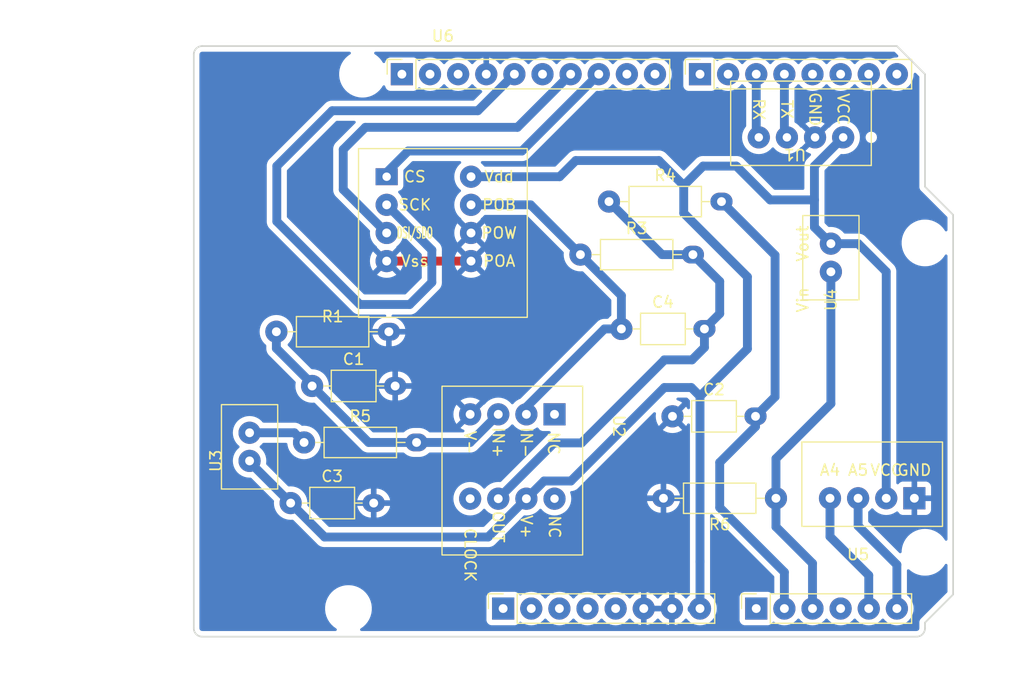
<source format=kicad_pcb>
(kicad_pcb (version 20211014) (generator pcbnew)
  (title_block (date "mar. 31 mars 2015"))
  (layers (0 "F.Cu" signal) (31 "B.Cu" signal) (34 "B.Paste" user) (35 "F.Paste" user) (36 "B.SilkS" user "B.Silkscreen") (37 "F.SilkS" user "F.Silkscreen") (38 "B.Mask" user) (39 "F.Mask" user) (44 "Edge.Cuts" user))
  (net 0 "")
  (net 1 "GND")
  (net 3 "+5V")
  (net 4 "/IOREF")
  (net 5 "/A0")
  (net 6 "/A1")
  (net 7 "/A2")
  (net 8 "/A3")
  (net 9 "Net-(C1-Pad1)")
  (net 10 "/Vout_pot")
  (net 11 "/13")
  (net 12 "/12")
  (net 13 "/AREF")
  (net 14 "/8")
  (net 15 "/7")
  (net 16 "Net-(C4-Pad2)")
  (net 17 "/*10")
  (net 18 "/*9")
  (net 19 "/4")
  (net 20 "/2")
  (net 21 "/*6")
  (net 22 "/*5")
  (net 23 "/TX{slash}1")
  (net 24 "/*3")
  (net 25 "/RX{slash}0")
  (net 26 "+3V3")
  (net 27 "VCC")
  (net 28 "/~{RESET}")
  (net 29 "unconnected-(J2-Pad1)")
  (net 31 "/*11")
  (net 32 "Net-(R5-Pad1)")
  (net 33 "/A4")
  (net 34 "/A5")
  (footprint "Connector_PinSocket_2.54mm:PinSocket_1x08_P2.54mm_Vertical" (layer "F.Cu") (at 127.94 97.46 90)
    (fp_text reference "J1" hide)
    (fp_text value "Power")
    (fp_line (start -1.33 19.11) (end 1.33 19.11) (layer "F.SilkS") (width 0.12))
    (fp_line (start 1.33 1.27) (end 1.33 19.11) (layer "F.SilkS") (width 0.12))
    (fp_line (start -1.33 1.27) (end 1.33 1.27) (layer "F.SilkS") (width 0.12))
    (fp_line (start 0 -1.33) (end 1.33 -1.33) (layer "F.SilkS") (width 0.12))
    (fp_line (start 1.33 -1.33) (end 1.33 0) (layer "F.SilkS") (width 0.12))
    (fp_line (start -1.33 1.27) (end -1.33 19.11) (layer "F.SilkS") (width 0.12))
    (pad "1" thru_hole rect locked (at 0 0 90) (size 2 2) (drill 0.8) (layers *.Cu *.Mask))
    (pad "2" thru_hole oval locked (at 0 2.54 90) (size 2 2) (drill 0.8) (layers *.Cu *.Mask) (net 4 "/IOREF"))
    (pad "3" thru_hole oval locked (at 0 5.08 90) (size 2 2) (drill 0.8) (layers *.Cu *.Mask) (net 28 "/~{RESET}"))
    (pad "4" thru_hole oval locked (at 0 7.62 90) (size 2 2) (drill 0.8) (layers *.Cu *.Mask) (net 26 "+3V3"))
    (pad "5" thru_hole oval locked (at 0 10.16 90) (size 2 2) (drill 0.8) (layers *.Cu *.Mask) (net 3 "+5V"))
    (pad "6" thru_hole oval locked (at 0 12.7 90) (size 2 2) (drill 0.8) (layers *.Cu *.Mask) (net 1 "GND"))
    (pad "7" thru_hole oval locked (at 0 15.24 90) (size 2 2) (drill 0.8) (layers *.Cu *.Mask) (net 1 "GND"))
    (pad "8" thru_hole oval locked (at 0 17.78 90) (size 2 2) (drill 0.8) (layers *.Cu *.Mask) (net 27 "VCC"))
  )
  (footprint "Connector_PinSocket_2.54mm:PinSocket_1x06_P2.54mm_Vertical" (layer "F.Cu") (at 150.8 97.46 90)
    (fp_text reference "J3" hide)
    (fp_text value "Analog")
    (fp_line (start 1.33 1.27) (end 1.33 14.03) (layer "F.SilkS") (width 0.12))
    (fp_line (start 0 -1.33) (end 1.33 -1.33) (layer "F.SilkS") (width 0.12))
    (fp_line (start -1.33 1.27) (end 1.33 1.27) (layer "F.SilkS") (width 0.12))
    (fp_line (start -1.33 1.27) (end -1.33 14.03) (layer "F.SilkS") (width 0.12))
    (fp_line (start -1.33 14.03) (end 1.33 14.03) (layer "F.SilkS") (width 0.12))
    (fp_line (start 1.33 -1.33) (end 1.33 0) (layer "F.SilkS") (width 0.12))
    (pad "1" thru_hole rect locked (at 0 0 90) (size 2 2) (drill 0.8) (layers *.Cu *.Mask) (net 5 "/A0"))
    (pad "2" thru_hole oval locked (at 0 2.54 90) (size 2 2) (drill 0.8) (layers *.Cu *.Mask) (net 6 "/A1"))
    (pad "3" thru_hole oval locked (at 0 5.08 90) (size 2 2) (drill 0.8) (layers *.Cu *.Mask) (net 7 "/A2"))
    (pad "4" thru_hole oval locked (at 0 7.62 90) (size 2 2) (drill 0.8) (layers *.Cu *.Mask) (net 8 "/A3"))
    (pad "5" thru_hole oval locked (at 0 10.16 90) (size 2 2) (drill 0.8) (layers *.Cu *.Mask) (net 33 "/A4"))
    (pad "6" thru_hole oval locked (at 0 12.7 90) (size 2 2) (drill 0.8) (layers *.Cu *.Mask) (net 34 "/A5"))
  )
  (footprint "Connector_PinSocket_2.54mm:PinSocket_1x10_P2.54mm_Vertical" (layer "F.Cu") (at 118.796 49.2 90)
    (fp_text reference "J2" hide)
    (fp_text value "Digital/PWM")
    (fp_line (start -1.33 24.19) (end 1.33 24.19) (layer "F.SilkS") (width 0.12))
    (fp_line (start -1.33 1.27) (end -1.33 24.19) (layer "F.SilkS") (width 0.12))
    (fp_line (start 1.33 -1.33) (end 1.33 0) (layer "F.SilkS") (width 0.12))
    (fp_line (start 0 -1.33) (end 1.33 -1.33) (layer "F.SilkS") (width 0.12))
    (fp_line (start 1.33 1.27) (end 1.33 24.19) (layer "F.SilkS") (width 0.12))
    (fp_line (start -1.33 1.27) (end 1.33 1.27) (layer "F.SilkS") (width 0.12))
    (pad "1" thru_hole rect locked (at 0 0 90) (size 2 2) (drill 0.8) (layers *.Cu *.Mask) (net 29 "unconnected-(J2-Pad1)"))
    (pad "2" thru_hole oval locked (at 0 2.54 90) (size 2 2) (drill 0.8) (layers *.Cu *.Mask))
    (pad "3" thru_hole oval locked (at 0 5.08 90) (size 2 2) (drill 0.8) (layers *.Cu *.Mask) (net 13 "/AREF"))
    (pad "4" thru_hole oval locked (at 0 7.62 90) (size 2 2) (drill 0.8) (layers *.Cu *.Mask) (net 1 "GND"))
    (pad "5" thru_hole oval locked (at 0 10.16 90) (size 2 2) (drill 0.8) (layers *.Cu *.Mask) (net 11 "/13"))
    (pad "6" thru_hole oval locked (at 0 12.7 90) (size 2 2) (drill 0.8) (layers *.Cu *.Mask) (net 12 "/12"))
    (pad "7" thru_hole oval locked (at 0 15.24 90) (size 2 2) (drill 0.8) (layers *.Cu *.Mask) (net 31 "/*11"))
    (pad "8" thru_hole circle locked (at 0 17.78 90) (size 2 2) (drill 0.8) (layers *.Cu *.Mask) (net 17 "/*10"))
    (pad "9" thru_hole oval locked (at 0 20.32 90) (size 2 2) (drill 0.8) (layers *.Cu *.Mask) (net 18 "/*9"))
    (pad "10" thru_hole oval locked (at 0 22.86 90) (size 2 2) (drill 0.8) (layers *.Cu *.Mask) (net 14 "/8"))
  )
  (footprint "Connector_PinSocket_2.54mm:PinSocket_1x08_P2.54mm_Vertical" (layer "F.Cu") (at 145.72 49.2 90)
    (fp_text reference "J4" hide)
    (fp_text value "Digital/PWM")
    (fp_line (start -1.33 19.11) (end 1.33 19.11) (layer "F.SilkS") (width 0.12))
    (fp_line (start -1.33 1.27) (end -1.33 19.11) (layer "F.SilkS") (width 0.12))
    (fp_line (start 0 -1.33) (end 1.33 -1.33) (layer "F.SilkS") (width 0.12))
    (fp_line (start -1.33 1.27) (end 1.33 1.27) (layer "F.SilkS") (width 0.12))
    (fp_line (start 1.33 -1.33) (end 1.33 0) (layer "F.SilkS") (width 0.12))
    (fp_line (start 1.33 1.27) (end 1.33 19.11) (layer "F.SilkS") (width 0.12))
    (pad "1" thru_hole rect locked (at 0 0 90) (size 2 2) (drill 0.8) (layers *.Cu *.Mask) (net 15 "/7"))
    (pad "2" thru_hole oval locked (at 0 2.54 90) (size 2 2) (drill 0.8) (layers *.Cu *.Mask) (net 21 "/*6"))
    (pad "3" thru_hole oval locked (at 0 5.08 90) (size 2 2) (drill 0.8) (layers *.Cu *.Mask) (net 22 "/*5"))
    (pad "4" thru_hole oval locked (at 0 7.62 90) (size 2 2) (drill 0.8) (layers *.Cu *.Mask) (net 19 "/4"))
    (pad "5" thru_hole oval locked (at 0 10.16 90) (size 2 2) (drill 0.8) (layers *.Cu *.Mask) (net 24 "/*3"))
    (pad "6" thru_hole oval locked (at 0 12.7 90) (size 2 2) (drill 0.8) (layers *.Cu *.Mask) (net 20 "/2"))
    (pad "7" thru_hole oval locked (at 0 15.24 90) (size 2 2) (drill 0.8) (layers *.Cu *.Mask) (net 23 "/TX{slash}1"))
    (pad "8" thru_hole oval locked (at 0 17.78 90) (size 2 2) (drill 0.8) (layers *.Cu *.Mask) (net 25 "/RX{slash}0"))
  )
  (footprint "Capacitor_THT:C_Axial_L3.8mm_D2.6mm_P7.50mm_Horizontal" (layer "F.Cu") (at 110.69 77.36)
    (fp_text reference "C1" (at 3.75 -2.42) (layer "F.SilkS"))
    (fp_text value "100n")
    (fp_line (start 1.73 1.42) (end 5.77 1.42) (layer "F.SilkS") (width 0.12))
    (fp_line (start 6.46 0) (end 5.77 0) (layer "F.SilkS") (width 0.12))
    (fp_line (start 1.04 0) (end 1.73 0) (layer "F.SilkS") (width 0.12))
    (fp_line (start 1.73 -1.42) (end 1.73 1.42) (layer "F.SilkS") (width 0.12))
    (fp_line (start 5.77 -1.42) (end 1.73 -1.42) (layer "F.SilkS") (width 0.12))
    (fp_line (start 5.77 1.42) (end 5.77 -1.42) (layer "F.SilkS") (width 0.12))
    (pad "1" thru_hole circle (at 0 0) (size 2 2) (drill 0.8) (layers *.Cu *.Mask) (net 9 "Net-(C1-Pad1)"))
    (pad "2" thru_hole oval (at 7.5 0) (size 2 1.6) (drill 0.8) (layers *.Cu *.Mask) (net 1 "GND"))
  )
  (footprint "Librairie_empreinte_2:OLED" (layer "F.Cu") (at 160 87.5)
    (fp_text reference "U5" (at 0 5.08 unlocked) (layer "F.SilkS"))
    (fp_text value "OLED")
    (fp_text user "A5" (at 0 -2.54 unlocked) (layer "F.SilkS"))
    (fp_text user "VCC" (at 2.54 -2.54 unlocked) (layer "F.SilkS"))
    (fp_text user "GND" (at 5.08 -2.54 unlocked) (layer "F.SilkS"))
    (fp_text user "A4" (at -2.54 -2.54 unlocked) (layer "F.SilkS"))
    (fp_rect (start -5.08 -5.08) (end 7.62 2.54) (layer "F.SilkS") (width 0.12) (fill none))
    (pad "1" thru_hole circle (at -2.54 0) (size 2 2) (drill 0.8) (layers *.Cu *.Mask) (net 33 "/A4"))
    (pad "2" thru_hole circle (at 0 0) (size 2 2) (drill 0.8) (layers *.Cu *.Mask) (net 34 "/A5"))
    (pad "3" thru_hole circle (at 2.54 0) (size 2 2) (drill 0.8) (layers *.Cu *.Mask) (net 27 "VCC"))
    (pad "4" thru_hole rect (at 5.08 0) (size 2 2) (drill 0.8) (layers *.Cu *.Mask) (net 1 "GND"))
  )
  (footprint "Librairie_empreinte_2:Capteur_graphite" (layer "F.Cu") (at 102.5 84.125 90)
    (fp_text reference "U3" (at 0 -0.5 90 unlocked) (layer "F.SilkS"))
    (fp_text value "Capteur_graphite")
    (fp_rect (start -2.54 0) (end 5.08 5.08) (layer "F.SilkS") (width 0.12) (fill none))
    (pad "1" thru_hole circle (at 0 2.54 90) (size 2 2) (drill 0.8) (layers *.Cu *.Mask) (net 27 "VCC"))
    (pad "2" thru_hole circle (at 2.54 2.54 90) (size 2 2) (drill 0.8) (layers *.Cu *.Mask) (net 32 "Net-(R5-Pad1)"))
  )
  (footprint "Capacitor_THT:C_Axial_L3.8mm_D2.6mm_P7.50mm_Horizontal" (layer "F.Cu") (at 108.75 87.935)
    (fp_text reference "C3" (at 3.75 -2.42) (layer "F.SilkS"))
    (fp_text value "100n")
    (fp_line (start 1.04 0) (end 1.73 0) (layer "F.SilkS") (width 0.12))
    (fp_line (start 1.73 1.42) (end 5.77 1.42) (layer "F.SilkS") (width 0.12))
    (fp_line (start 5.77 -1.42) (end 1.73 -1.42) (layer "F.SilkS") (width 0.12))
    (fp_line (start 5.77 1.42) (end 5.77 -1.42) (layer "F.SilkS") (width 0.12))
    (fp_line (start 6.46 0) (end 5.77 0) (layer "F.SilkS") (width 0.12))
    (fp_line (start 1.73 -1.42) (end 1.73 1.42) (layer "F.SilkS") (width 0.12))
    (pad "1" thru_hole circle (at 0 0) (size 2 2) (drill 0.8) (layers *.Cu *.Mask) (net 27 "VCC"))
    (pad "2" thru_hole oval (at 7.5 0) (size 2 1.6) (drill 0.8) (layers *.Cu *.Mask) (net 1 "GND"))
  )
  (footprint "Librairie_empreinte_2:Pot" (layer "F.Cu") (at 122.5 61)
    (fp_text reference "U6" (at 0 -15.24 unlocked) (layer "F.SilkS"))
    (fp_text value "Potentiomètre")
    (fp_text user "DSI/SDO" (at -2.54 2.54 unlocked) (layer "F.SilkS") (effects (font (size 1 0.5) (thickness 0.125))))
    (fp_text user "POB" (at 5.08 0 unlocked) (layer "F.SilkS"))
    (fp_text user "SCK" (at -2.54 0 unlocked) (layer "F.SilkS"))
    (fp_text user "POA" (at 5.08 5.08 unlocked) (layer "F.SilkS"))
    (fp_text user "POW" (at 5.08 2.54 unlocked) (layer "F.SilkS"))
    (fp_text user "Vdd" (at 5.08 -2.54 unlocked) (layer "F.SilkS"))
    (fp_text user "CS" (at -2.54 -2.54 unlocked) (layer "F.SilkS"))
    (fp_text user "Vss" (at -2.54 5.08 unlocked) (layer "F.SilkS"))
    (fp_rect (start -7.62 -5.08) (end 7.62 10.16) (layer "F.SilkS") (width 0.12) (fill none))
    (pad "1" thru_hole rect (at -5.08 -2.54) (size 2 1.524) (drill 0.762) (layers *.Cu *.Mask) (net 17 "/*10"))
    (pad "2" thru_hole circle (at -5.08 0) (size 2 2) (drill 0.8) (layers *.Cu *.Mask) (net 11 "/13"))
    (pad "3" thru_hole circle (at -5.08 2.54) (size 2 2) (drill 0.8) (layers *.Cu *.Mask) (net 31 "/*11"))
    (pad "4" thru_hole circle (at -5.08 5.08) (size 2 2) (drill 0.8) (layers *.Cu *.Mask) (net 1 "GND"))
    (pad "5" thru_hole circle (at 2.54 5.08) (size 2 2) (drill 0.8) (layers *.Cu *.Mask) (net 1 "GND"))
    (pad "6" thru_hole circle (at 2.54 2.54) (size 2 2) (drill 0.8) (layers *.Cu *.Mask) (net 1 "GND"))
    (pad "7" thru_hole circle (at 2.54 0) (size 2 2) (drill 0.8) (layers *.Cu *.Mask) (net 10 "/Vout_pot"))
    (pad "8" thru_hole circle (at 2.54 -2.54) (size 2 2) (drill 0.8) (layers *.Cu *.Mask) (net 27 "VCC"))
  )
  (footprint "Capacitor_THT:C_Axial_L3.8mm_D2.6mm_P7.50mm_Horizontal" (layer "F.Cu") (at 143.2342 80.1)
    (fp_text reference "C2" (at 3.75 -2.42) (layer "F.SilkS"))
    (fp_text value "100n")
    (fp_line (start 1.04 0) (end 1.73 0) (layer "F.SilkS") (width 0.12))
    (fp_line (start 5.77 1.42) (end 5.77 -1.42) (layer "F.SilkS") (width 0.12))
    (fp_line (start 5.77 -1.42) (end 1.73 -1.42) (layer "F.SilkS") (width 0.12))
    (fp_line (start 6.46 0) (end 5.77 0) (layer "F.SilkS") (width 0.12))
    (fp_line (start 1.73 -1.42) (end 1.73 1.42) (layer "F.SilkS") (width 0.12))
    (fp_line (start 1.73 1.42) (end 5.77 1.42) (layer "F.SilkS") (width 0.12))
    (pad "1" thru_hole circle (at 0 0) (size 2 2) (drill 0.8) (layers *.Cu *.Mask) (net 1 "GND"))
    (pad "2" thru_hole oval (at 7.5 0) (size 2 1.6) (drill 0.8) (layers *.Cu *.Mask) (net 6 "/A1"))
  )
  (footprint "Resistor_THT:R_Axial_DIN0207_L6.3mm_D2.5mm_P10.16mm_Horizontal" (layer "F.Cu") (at 107.46 72.46)
    (fp_text reference "R1" (at 5.08 -1.37) (layer "F.SilkS"))
    (fp_text value "100k")
    (fp_line (start 9.12 0) (end 8.35 0) (layer "F.SilkS") (width 0.12))
    (fp_line (start 8.35 -1.37) (end 1.81 -1.37) (layer "F.SilkS") (width 0.12))
    (fp_line (start 1.04 0) (end 1.81 0) (layer "F.SilkS") (width 0.12))
    (fp_line (start 8.35 1.37) (end 8.35 -1.37) (layer "F.SilkS") (width 0.12))
    (fp_line (start 1.81 -1.37) (end 1.81 1.37) (layer "F.SilkS") (width 0.12))
    (fp_line (start 1.81 1.37) (end 8.35 1.37) (layer "F.SilkS") (width 0.12))
    (pad "1" thru_hole circle (at 0 0) (size 2 2) (drill 0.8) (layers *.Cu *.Mask) (net 9 "Net-(C1-Pad1)"))
    (pad "2" thru_hole oval (at 10.16 0) (size 2 1.6) (drill 0.8) (layers *.Cu *.Mask) (net 1 "GND"))
  )
  (footprint "Arduino_MountingHole:MountingHole_3.2mm" (layer "F.Cu") (at 115.24 49.2)
    (fp_text reference "MH1" hide)
    (fp_text value "MountingHole_3.2mm" hide)
    (pad "" np_thru_hole circle locked (at 0 0) (size 3.2 3.2) (drill 3.2) (layers *.Cu *.Mask))
  )
  (footprint "Resistor_THT:R_Axial_DIN0207_L6.3mm_D2.5mm_P10.16mm_Horizontal" (layer "F.Cu") (at 137.5 60.706)
    (fp_text reference "R4" (at 5.08 -2.37) (layer "F.SilkS"))
    (fp_text value "1k")
    (fp_line (start 8.35 1.37) (end 8.35 -1.37) (layer "F.SilkS") (width 0.12))
    (fp_line (start 8.35 -1.37) (end 1.81 -1.37) (layer "F.SilkS") (width 0.12))
    (fp_line (start 1.81 1.37) (end 8.35 1.37) (layer "F.SilkS") (width 0.12))
    (fp_line (start 9.12 0) (end 8.35 0) (layer "F.SilkS") (width 0.12))
    (fp_line (start 1.81 -1.37) (end 1.81 1.37) (layer "F.SilkS") (width 0.12))
    (fp_line (start 1.04 0) (end 1.81 0) (layer "F.SilkS") (width 0.12))
    (pad "1" thru_hole circle (at 0 0) (size 2 2) (drill 0.8) (layers *.Cu *.Mask) (net 16 "Net-(C4-Pad2)"))
    (pad "2" thru_hole oval (at 10.16 0) (size 2 1.6) (drill 0.8) (layers *.Cu *.Mask) (net 6 "/A1"))
  )
  (footprint "Librairie_empreinte_2:Flex sensor" (layer "F.Cu") (at 155 67.046 90)
    (fp_text reference "U4" (at -2.54 2.54 90 unlocked) (layer "F.SilkS"))
    (fp_text value "Flex_sensor")
    (fp_text user "Vin" (at -2.54 0 90 unlocked) (layer "F.SilkS"))
    (fp_text user "Vout" (at 2.54 0 90 unlocked) (layer "F.SilkS"))
    (fp_rect (start -2.54 0) (end 5.08 5.08) (layer "F.SilkS") (width 0.12) (fill none))
    (pad "1" thru_hole circle (at 0 2.54 90) (size 2 2) (drill 0.8) (layers *.Cu *.Mask) (net 7 "/A2"))
    (pad "2" thru_hole circle (at 2.54 2.54 90) (size 2 2) (drill 0.8) (layers *.Cu *.Mask) (net 27 "VCC"))
  )
  (footprint "Resistor_THT:R_Axial_DIN0207_L6.3mm_D2.5mm_P10.16mm_Horizontal" (layer "F.Cu") (at 134.92 65.496)
    (fp_text reference "R3" (at 5.08 -2.37) (layer "F.SilkS"))
    (fp_text value "100k")
    (fp_line (start 9.12 0) (end 8.35 0) (layer "F.SilkS") (width 0.12))
    (fp_line (start 1.81 1.37) (end 8.35 1.37) (layer "F.SilkS") (width 0.12))
    (fp_line (start 1.04 0) (end 1.81 0) (layer "F.SilkS") (width 0.12))
    (fp_line (start 8.35 1.37) (end 8.35 -1.37) (layer "F.SilkS") (width 0.12))
    (fp_line (start 8.35 -1.37) (end 1.81 -1.37) (layer "F.SilkS") (width 0.12))
    (fp_line (start 1.81 -1.37) (end 1.81 1.37) (layer "F.SilkS") (width 0.12))
    (pad "1" thru_hole circle (at 0 0) (size 2 2) (drill 0.8) (layers *.Cu *.Mask) (net 10 "/Vout_pot"))
    (pad "2" thru_hole oval (at 10.16 0) (size 2 1.6) (drill 0.8) (layers *.Cu *.Mask) (net 16 "Net-(C4-Pad2)"))
  )
  (footprint "Librairie_empreinte_2:LTC" (layer "F.Cu") (at 127.5 85 -90)
    (fp_text reference "U2" (at -4.024 -10.8942 -90 unlocked) (layer "F.SilkS"))
    (fp_text value "LTC1050")
    (fp_text user "CLOCK" (at 7.62 2.54 -90 unlocked) (layer "F.SilkS"))
    (fp_text user "OUT" (at 5.08 0 -90 unlocked) (layer "F.SilkS"))
    (fp_text user "V+" (at 5.08 -2.54 -90 unlocked) (layer "F.SilkS"))
    (fp_text user "IN-" (at -2.54 -2.54 -90 unlocked) (layer "F.SilkS"))
    (fp_text user "NC" (at 5.08 -5.08 -90 unlocked) (layer "F.SilkS"))
    (fp_text user "NC" (at -2.46 -5 -90 unlocked) (layer "F.SilkS"))
    (fp_text user "IN+" (at -2.54 0 -90 unlocked) (layer "F.SilkS"))
    (fp_text user "V-" (at -2.54 2.54 -90 unlocked) (layer "F.SilkS"))
    (fp_rect (start -7.62 -7.62) (end 7.62 5.08) (layer "F.SilkS") (width 0.12) (fill none))
    (pad "1" thru_hole rect (at -5.08 -5.08 270) (size 2 2) (drill 0.8) (layers *.Cu *.Mask))
    (pad "2" thru_hole circle (at -5.08 -2.54 270) (size 2 2) (drill 0.8) (layers *.Cu *.Mask) (net 10 "/Vout_pot"))
    (pad "3" thru_hole circle (at -5.08 0 270) (size 2 2) (drill 0.8) (layers *.Cu *.Mask) (net 9 "Net-(C1-Pad1)"))
    (pad "4" thru_hole circle (at -5.08 2.54 270) (size 2 2) (drill 0.8) (layers *.Cu *.Mask) (net 1 "GND"))
    (pad "5" thru_hole circle (at 2.54 2.54 270) (size 2 2) (drill 0.8) (layers *.Cu *.Mask))
    (pad "6" thru_hole circle (at 2.54 0 270) (size 2 2) (drill 0.8) (layers *.Cu *.Mask) (net 16 "Net-(C4-Pad2)"))
    (pad "7" thru_hole circle (at 2.54 -2.54 270) (size 2 2) (drill 0.8) (layers *.Cu *.Mask) (net 27 "VCC"))
    (pad "8" thru_hole circle (at 2.54 -5.08 270) (size 2 2) (drill 0.762) (layers *.Cu *.Mask))
  )
  (footprint "Resistor_THT:R_Axial_DIN0207_L6.3mm_D2.5mm_P10.16mm_Horizontal" (layer "F.Cu") (at 152.58 87.5 180)
    (fp_text reference "R6" (at 5.08 -2.37) (layer "F.SilkS"))
    (fp_text value "33k")
    (fp_line (start 9.12 0) (end 8.35 0) (layer "F.SilkS") (width 0.12))
    (fp_line (start 8.35 1.37) (end 8.35 -1.37) (layer "F.SilkS") (width 0.12))
    (fp_line (start 1.81 1.37) (end 8.35 1.37) (layer "F.SilkS") (width 0.12))
    (fp_line (start 1.81 -1.37) (end 1.81 1.37) (layer "F.SilkS") (width 0.12))
    (fp_line (start 1.04 0) (end 1.81 0) (layer "F.SilkS") (width 0.12))
    (fp_line (start 8.35 -1.37) (end 1.81 -1.37) (layer "F.SilkS") (width 0.12))
    (pad "1" thru_hole circle (at 0 0 180) (size 2 2) (drill 0.8) (layers *.Cu *.Mask) (net 7 "/A2"))
    (pad "2" thru_hole oval (at 10.16 0 180) (size 2 1.6) (drill 0.8) (layers *.Cu *.Mask) (net 1 "GND"))
  )
  (footprint "Arduino_MountingHole:MountingHole_3.2mm" (layer "F.Cu") (at 113.97 97.46)
    (fp_text reference "MH2" hide)
    (fp_text value "MountingHole_3.2mm" hide)
    (pad "" np_thru_hole circle locked (at 0 0) (size 3.2 3.2) (drill 3.2) (layers *.Cu *.Mask))
  )
  (footprint "Arduino_MountingHole:MountingHole_3.2mm" (layer "F.Cu") (at 166.04 64.44)
    (fp_text reference "MH3" hide)
    (fp_text value "MountingHole_3.2mm" hide)
    (pad "" np_thru_hole circle locked (at 0 0) (size 3.2 3.2) (drill 3.2) (layers *.Cu *.Mask))
  )
  (footprint "Arduino_MountingHole:MountingHole_3.2mm" (layer "F.Cu") (at 166.04 92.38)
    (fp_text reference "MH4" hide)
    (fp_text value "MountingHole_3.2mm" hide)
    (pad "" np_thru_hole circle locked (at 0 0) (size 3.2 3.2) (drill 3.2) (layers *.Cu *.Mask))
  )
  (footprint "Librairie_empreinte_2:Bluetooth" (layer "F.Cu") (at 153.5695 59.985 180)
    (fp_text reference "U1" (at -0.7342 3.524 180 unlocked) (layer "F.SilkS"))
    (fp_text value "Bluetooth")
    (fp_text user "RX" (at 2.54 7.62 270 unlocked) (layer "F.SilkS"))
    (fp_text user "GND" (at -2.54 7.62 270 unlocked) (layer "F.SilkS"))
    (fp_text user "TX" (at 0 7.62 270 unlocked) (layer "F.SilkS"))
    (fp_text user "VCC" (at -5.08 7.62 270 unlocked) (layer "F.SilkS"))
    (fp_rect (start -7.62 2.54) (end 5.08 10.16) (layer "F.SilkS") (width 0.12) (fill none))
    (pad "1" thru_hole circle (at -7.62 5.08 180) (size 0.001 0.001) (drill 0.762) (layers *.Cu *.Mask) (net 27 "VCC"))
    (pad "1" thru_hole circle (at -5.08 5.08 180) (size 2 2) (drill 0.762) (layers *.Cu *.Mask) (net 27 "VCC"))
    (pad "2" thru_hole circle (at -2.54 5.08 180) (size 2 2) (drill 0.762) (layers *.Cu *.Mask) (net 1 "GND"))
    (pad "3" thru_hole circle (at 0 5.08 180) (size 2 2) (drill 0.762) (layers *.Cu *.Mask) (net 19 "/4"))
    (pad "4" thru_hole circle (at 2.54 5.08 180) (size 2 2) (drill 0.762) (layers *.Cu *.Mask) (net 22 "/*5"))
  )
  (footprint "Capacitor_THT:C_Axial_L3.8mm_D2.6mm_P7.50mm_Horizontal" (layer "F.Cu") (at 138.62 72.208)
    (fp_text reference "C4" (at 3.75 -2.42) (layer "F.SilkS"))
    (fp_text value "1µ")
    (fp_line (start 5.77 -1.42) (end 1.73 -1.42) (layer "F.SilkS") (width 0.12))
    (fp_line (start 1.73 -1.42) (end 1.73 1.42) (layer "F.SilkS") (width 0.12))
    (fp_line (start 1.73 1.42) (end 5.77 1.42) (layer "F.SilkS") (width 0.12))
    (fp_line (start 5.77 1.42) (end 5.77 -1.42) (layer "F.SilkS") (width 0.12))
    (fp_line (start 1.04 0) (end 1.73 0) (layer "F.SilkS") (width 0.12))
    (fp_line (start 6.46 0) (end 5.77 0) (layer "F.SilkS") (width 0.12))
    (pad "1" thru_hole circle (at 0 0) (size 2 2) (drill 0.8) (layers *.Cu *.Mask) (net 10 "/Vout_pot"))
    (pad "2" thru_hole oval (at 7.5 0) (size 2 1.6) (drill 0.8) (layers *.Cu *.Mask) (net 16 "Net-(C4-Pad2)"))
  )
  (footprint "Resistor_THT:R_Axial_DIN0207_L6.3mm_D2.5mm_P10.16mm_Horizontal" (layer "F.Cu") (at 109.96 82.46)
    (fp_text reference "R5" (at 5.08 -2.37) (layer "F.SilkS"))
    (fp_text value "10k")
    (fp_line (start 1.81 1.37) (end 8.35 1.37) (layer "F.SilkS") (width 0.12))
    (fp_line (start 8.35 1.37) (end 8.35 -1.37) (layer "F.SilkS") (width 0.12))
    (fp_line (start 8.35 -1.37) (end 1.81 -1.37) (layer "F.SilkS") (width 0.12))
    (fp_line (start 9.12 0) (end 8.35 0) (layer "F.SilkS") (width 0.12))
    (fp_line (start 1.04 0) (end 1.81 0) (layer "F.SilkS") (width 0.12))
    (fp_line (start 1.81 -1.37) (end 1.81 1.37) (layer "F.SilkS") (width 0.12))
    (pad "1" thru_hole circle (at 0 0) (size 2 2) (drill 0.8) (layers *.Cu *.Mask) (net 32 "Net-(R5-Pad1)"))
    (pad "2" thru_hole oval (at 10.16 0) (size 2 1.6) (drill 0.8) (layers *.Cu *.Mask) (net 9 "Net-(C1-Pad1)"))
  )
  (gr_line (start 166.04 59.36) (end 168.58 61.9) (layer "Edge.Cuts") (width 0.15))
  (gr_line (start 100 99.238) (end 100 47.422) (layer "Edge.Cuts") (width 0.15))
  (gr_line (start 168.58 61.9) (end 168.58 96.19) (layer "Edge.Cuts") (width 0.15))
  (gr_line (start 165.278 100) (end 100.762 100) (layer "Edge.Cuts") (width 0.15))
  (gr_line (start 100.762 46.66) (end 163.5 46.66) (layer "Edge.Cuts") (width 0.15))
  (gr_arc (start 100.762 100) (mid 100.223185 99.776815) (end 100 99.238) (layer "Edge.Cuts") (width 0.15))
  (gr_line (start 168.58 96.19) (end 166.04 98.73) (layer "Edge.Cuts") (width 0.15))
  (gr_line (start 163.5 46.66) (end 166.04 49.2) (layer "Edge.Cuts") (width 0.15))
  (gr_arc (start 166.04 99.238) (mid 165.816815 99.776815) (end 165.278 100) (layer "Edge.Cuts") (width 0.15))
  (gr_line (start 166.04 49.2) (end 166.04 59.36) (layer "Edge.Cuts") (width 0.15))
  (gr_line (start 166.04 98.73) (end 166.04 99.238) (layer "Edge.Cuts") (width 0.15))
  (gr_arc (start 100 47.422) (mid 100.223185 46.883185) (end 100.762 46.66) (layer "Edge.Cuts") (width 0.15))
  (segment (start 117.42 66.08) (end 125.04 66.08) (width 0.8) (layer "F.Cu") (net 1))
  (segment (start 150.7342 81.0316) (end 147.5 84.2658) (width 0.8) (layer "B.Cu") (net 6))
  (segment (start 147.5 88.34) (end 153.34 94.18) (width 0.8) (layer "B.Cu") (net 6))
  (segment (start 147.5 84.2658) (end 147.5 88.34) (width 0.8) (layer "B.Cu") (net 6))
  (segment (start 152.5 65.546) (end 152.5 78.3342) (width 0.8) (layer "B.Cu") (net 6))
  (segment (start 150.7342 80.1) (end 150.7342 81.0316) (width 0.8) (layer "B.Cu") (net 6))
  (segment (start 153.75 97.05) (end 153.34 97.46) (width 0.8) (layer "B.Cu") (net 6))
  (segment (start 152.5 65.546) (end 147.66 60.706) (width 0.8) (layer "B.Cu") (net 6))
  (segment (start 153.34 94.18) (end 153.34 97.46) (width 0.8) (layer "B.Cu") (net 6))
  (segment (start 152.5 78.3342) (end 150.7342 80.1) (width 0.8) (layer "B.Cu") (net 6))
  (segment (start 152.58 83.92) (end 152.58 87.5) (width 0.8) (layer "B.Cu") (net 7))
  (segment (start 157.54 78.96) (end 152.58 83.92) (width 0.8) (layer "B.Cu") (net 7))
  (segment (start 155.88 93.38) (end 155.88 97.46) (width 0.8) (layer "B.Cu") (net 7))
  (segment (start 152.58 87.5) (end 152.58 90.08) (width 0.8) (layer "B.Cu") (net 7))
  (segment (start 152.58 90.08) (end 155.88 93.38) (width 0.8) (layer "B.Cu") (net 7))
  (segment (start 157.54 67.046) (end 157.54 78.96) (width 0.8) (layer "B.Cu") (net 7))
  (segment (start 115.79 82.46) (end 110.69 77.36) (width 0.8) (layer "B.Cu") (net 9))
  (segment (start 110.69 77.19) (end 107.46 73.96) (width 0.8) (layer "B.Cu") (net 9))
  (segment (start 120.12 82.46) (end 115.79 82.46) (width 0.8) (layer "B.Cu") (net 9))
  (segment (start 110.69 77.36) (end 110.69 77.19) (width 0.8) (layer "B.Cu") (net 9))
  (segment (start 107.46 73.96) (end 107.46 72.46) (width 0.8) (layer "B.Cu") (net 9))
  (segment (start 120.12 82.46) (end 124.96 82.46) (width 0.8) (layer "B.Cu") (net 9))
  (segment (start 124.96 82.46) (end 127.5 79.92) (width 0.8) (layer "B.Cu") (net 9))
  (segment (start 138.62 72.208) (end 138.62 69.196) (width 0.8) (layer "B.Cu") (net 10))
  (segment (start 137.092 72.208) (end 138.62 72.208) (width 0.8) (layer "B.Cu") (net 10))
  (segment (start 138.62 69.196) (end 134.92 65.496) (width 0.8) (layer "B.Cu") (net 10))
  (segment (start 130.04 79.92) (end 130.04 79.26) (width 0.8) (layer "B.Cu") (net 10))
  (segment (start 130.424 61) (end 134.92 65.496) (width 0.8) (layer "B.Cu") (net 10))
  (segment (start 125.04 61) (end 130.424 61) (width 0.8) (layer "B.Cu") (net 10))
  (segment (start 130.04 79.26) (end 137.092 72.208) (width 0.8) (layer "B.Cu") (net 10))
  (segment (start 121.5 68) (end 119.5 70) (width 0.8) (layer "B.Cu") (net 11))
  (segment (start 117.42 61) (end 121.5 65.08) (width 0.8) (layer "B.Cu") (net 11))
  (segment (start 107.5 62.5) (end 107.5 57.5) (width 0.8) (layer "B.Cu") (net 11))
  (segment (start 128.678742 49.2) (end 128.956 49.2) (width 0.8) (layer "B.Cu") (net 11))
  (segment (start 121.5 65.08) (end 121.5 68) (width 0.8) (layer "B.Cu") (net 11))
  (segment (start 119.5 70) (end 115 70) (width 0.8) (layer "B.Cu") (net 11))
  (segment (start 107.5 57.5) (end 112.5 52.5) (width 0.8) (layer "B.Cu") (net 11))
  (segment (start 115 70) (end 107.5 62.5) (width 0.8) (layer "B.Cu") (net 11))
  (segment (start 112.5 52.5) (end 125.656 52.5) (width 0.8) (layer "B.Cu") (net 11))
  (segment (start 125.656 52.5) (end 128.956 49.2) (width 0.8) (layer "B.Cu") (net 11))
  (segment (start 147.5 70.828) (end 146.12 72.208) (width 0.8) (layer "B.Cu") (net 16))
  (segment (start 127.5 87.54) (end 132.54 82.5) (width 0.8) (layer "B.Cu") (net 16))
  (segment (start 142.5 75) (end 145 75) (width 0.8) (layer "B.Cu") (net 16))
  (segment (start 137.5 60.706) (end 142.29 65.496) (width 0.8) (layer "B.Cu") (net 16))
  (segment (start 135.02 82.5) (end 142.5 75.02) (width 0.8) (layer "B.Cu") (net 16))
  (segment (start 132.54 82.5) (end 135.02 82.5) (width 0.8) (layer "B.Cu") (net 16))
  (segment (start 145.08 65.496) (end 147.5 67.916) (width 0.8) (layer "B.Cu") (net 16))
  (segment (start 142.5 75.02) (end 142.5 75) (width 0.8) (layer "B.Cu") (net 16))
  (segment (start 145 75) (end 146.12 73.88) (width 0.8) (layer "B.Cu") (net 16))
  (segment (start 147.5 67.916) (end 147.5 70.828) (width 0.8) (layer "B.Cu") (net 16))
  (segment (start 146.12 73.88) (end 146.12 72.208) (width 0.8) (layer "B.Cu") (net 16))
  (segment (start 142.29 65.496) (end 145.08 65.496) (width 0.8) (layer "B.Cu") (net 16))
  (segment (start 119.362 56.138) (end 129.638 56.138) (width 0.8) (layer "B.Cu") (net 17))
  (segment (start 117.42 58.08) (end 119.362 56.138) (width 0.8) (layer "B.Cu") (net 17))
  (segment (start 129.638 56.138) (end 136.576 49.2) (width 0.8) (layer "B.Cu") (net 17))
  (segment (start 117.42 58.46) (end 117.42 58.08) (width 0.8) (layer "B.Cu") (net 17))
  (segment (start 153.34 54.6755) (end 153.5695 54.905) (width 0.8) (layer "B.Cu") (net 19))
  (segment (start 153.34 49.2) (end 153.34 54.6755) (width 0.8) (layer "B.Cu") (net 19))
  (segment (start 150.8 54.6755) (end 151.0295 54.905) (width 0.8) (layer "B.Cu") (net 22))
  (segment (start 150.8 49.2) (end 150.8 54.6755) (width 0.8) (layer "B.Cu") (net 22))
  (segment (start 144.936051 77.5) (end 142.5 77.5) (width 0.8) (layer "B.Cu") (net 27))
  (segment (start 156.0545 60.5545) (end 152.0545 60.5545) (width 0.8) (layer "B.Cu") (net 27))
  (segment (start 142.5 77.5) (end 134.06 85.94) (width 0.8) (layer "B.Cu") (net 27))
  (segment (start 145.72 97.46) (end 145.72 93.22) (width 0.8) (layer "B.Cu") (net 27))
  (segment (start 145.72 78.283949) (end 144.936051 77.5) (width 0.8) (layer "B.Cu") (net 27))
  (segment (start 145.72 78.283949) (end 150 74.003949) (width 0.8) (layer "B.Cu") (net 27))
  (segment (start 125.04 58.46) (end 133.04 58.46) (width 0.8) (layer "B.Cu") (net 27))
  (segment (start 134.06 85.94) (end 131.64 85.94) (width 0.8) (layer "B.Cu") (net 27))
  (segment (start 105.04 84.225) (end 108.75 87.935) (width 0.8) (layer "B.Cu") (net 27))
  (segment (start 150 74.003949) (end 150 67.5) (width 0.8) (layer "B.Cu") (net 27))
  (segment (start 111.815 91) (end 126.58 91) (width 0.8) (layer "B.Cu") (net 27))
  (segment (start 145.72 93.22) (end 145.72 78.283949) (width 0.8) (layer "B.Cu") (net 27))
  (segment (start 133.04 58.46) (end 134.5 57) (width 0.8) (layer "B.Cu") (net 27))
  (segment (start 105.04 84.125) (end 105.04 84.225) (width 0.8) (layer "B.Cu") (net 27))
  (segment (start 144.25 61.75) (end 144.25 59.25) (width 0.8) (layer "B.Cu") (net 27))
  (segment (start 126.58 91) (end 130.04 87.54) (width 0.8) (layer "B.Cu") (net 27))
  (segment (start 158.6495 54.905) (end 156.0545 57.5) (width 0.8) (layer "B.Cu") (net 27))
  (segment (start 149 57.5) (end 146 57.5) (width 0.8) (layer "B.Cu") (net 27))
  (segment (start 156.0545 63.0205) (end 157.54 64.506) (width 0.8) (layer "B.Cu") (net 27))
  (segment (start 134.5 57) (end 142 57) (width 0.8) (layer "B.Cu") (net 27))
  (segment (start 142 57) (end 144.25 59.25) (width 0.8) (layer "B.Cu") (net 27))
  (segment (start 160.006 64.506) (end 162.54 67.04) (width 0.8) (layer "B.Cu") (net 27))
  (segment (start 150 67.5) (end 144.25 61.75) (width 0.8) (layer "B.Cu") (net 27))
  (segment (start 146 57.5) (end 144.25 59.25) (width 0.8) (layer "B.Cu") (net 27))
  (segment (start 108.75 87.935) (end 111.815 91) (width 0.8) (layer "B.Cu") (net 27))
  (segment (start 156.0545 60.5545) (end 156.0545 63.0205) (width 0.8) (layer "B.Cu") (net 27))
  (segment (start 162.54 67.04) (end 162.54 87.5) (width 0.8) (layer "B.Cu") (net 27))
  (segment (start 157.54 64.506) (end 160.006 64.506) (width 0.8) (layer "B.Cu") (net 27))
  (segment (start 145 97.5) (end 145.68 97.5) (width 0.8) (layer "B.Cu") (net 27))
  (segment (start 145.68 97.5) (end 145.72 97.46) (width 0.8) (layer "B.Cu") (net 27))
  (segment (start 156.0545 57.5) (end 156.0545 60.5545) (width 0.8) (layer "B.Cu") (net 27))
  (segment (start 131.64 85.94) (end 130.04 87.54) (width 0.8) (layer "B.Cu") (net 27))
  (segment (start 152.0545 60.5545) (end 149 57.5) (width 0.8) (layer "B.Cu") (net 27))
  (segment (start 118.796 49.2) (end 118.3 49.2) (width 0.8) (layer "B.Cu") (net 29))
  (segment (start 117.42 63.54) (end 113.5 59.62) (width 0.8) (layer "B.Cu") (net 31))
  (segment (start 129.236 54) (end 134.036 49.2) (width 0.8) (layer "B.Cu") (net 31))
  (segment (start 113.5 59.62) (end 113.5 56) (width 0.8) (layer "B.Cu") (net 31))
  (segment (start 113.5 56) (end 115.5 54) (width 0.8) (layer "B.Cu") (net 31))
  (segment (start 115.5 54) (end 129.236 54) (width 0.8) (layer "B.Cu") (net 31))
  (segment (start 109.085 81.585) (end 109.96 82.46) (width 0.8) (layer "B.Cu") (net 32))
  (segment (start 105.04 81.585) (end 109.085 81.585) (width 0.8) (layer "B.Cu") (net 32))
  (segment (start 160.96 94.46) (end 157.46 90.96) (width 0.8) (layer "B.Cu") (net 33))
  (segment (start 157.46 90.96) (end 157.46 87.5) (width 0.8) (layer "B.Cu") (net 33))
  (segment (start 160.96 97.46) (end 160.96 94.46) (width 0.8) (layer "B.Cu") (net 33))
  (segment (start 160 90) (end 160 87.5) (width 0.8) (layer "B.Cu") (net 34))
  (segment (start 163.5 93.5) (end 160 90) (width 0.8) (layer "B.Cu") (net 34))
  (segment (start 163.5 97.46) (end 163.5 93.5) (width 0.8) (layer "B.Cu") (net 34))
  (zone (net 1) (net_name "GND") (layer "B.Cu") (connect_pads (clearance 0.508)) (min_thickness 0.254) (fill yes (thermal_gap 0.508) (thermal_bridge_width 0.508))
    (polygon (pts (xy 175 105) (xy 82.5 102.5) (xy 87.5 42.5) (xy 172.5 42.5)))
  )
)
</source>
